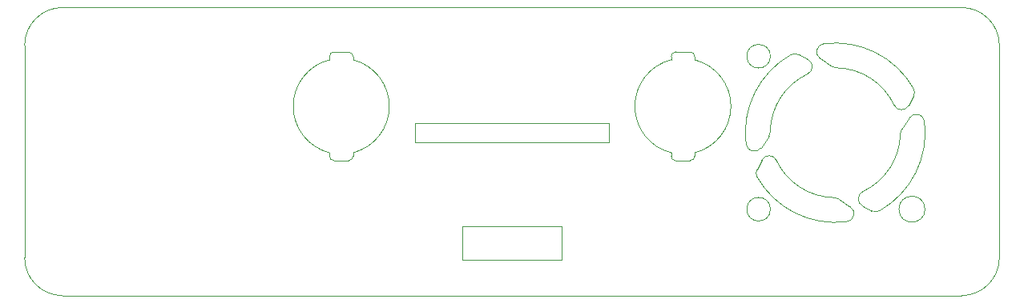
<source format=gbr>
%TF.GenerationSoftware,KiCad,Pcbnew,9.0.0-rc1-661-gd7f89c6576*%
%TF.CreationDate,2025-01-26T21:50:08-05:00*%
%TF.ProjectId,TS_Back_Endcap,54535f42-6163-46b5-9f45-6e646361702e,rev?*%
%TF.SameCoordinates,Original*%
%TF.FileFunction,Profile,NP*%
%FSLAX46Y46*%
G04 Gerber Fmt 4.6, Leading zero omitted, Abs format (unit mm)*
G04 Created by KiCad (PCBNEW 9.0.0-rc1-661-gd7f89c6576) date 2025-01-26 21:50:08*
%MOMM*%
%LPD*%
G01*
G04 APERTURE LIST*
%TA.AperFunction,Profile*%
%ADD10C,0.050000*%
%TD*%
%TA.AperFunction,Profile*%
%ADD11C,0.100000*%
%TD*%
G04 APERTURE END LIST*
D10*
X203000000Y-116000000D02*
G75*
G02*
X199000000Y-120000000I-4000000J0D01*
G01*
X199000000Y-89500000D02*
G75*
G02*
X203000000Y-93500000I0J-4000000D01*
G01*
X100000000Y-93500000D02*
G75*
G02*
X104000000Y-89500000I4000000J0D01*
G01*
X104000000Y-120000000D02*
G75*
G02*
X100000000Y-116000000I0J4000000D01*
G01*
D11*
X184068596Y-94904105D02*
X185286776Y-95731585D01*
X134210000Y-94195000D02*
X132710000Y-94195000D01*
X168810000Y-105715000D02*
G75*
G02*
X168310000Y-105215000I0J500000D01*
G01*
X176238243Y-103971757D02*
G75*
G02*
X180958793Y-94499780I9421757J1216757D01*
G01*
X185560469Y-109629279D02*
G75*
G02*
X186033216Y-109778426I-12469J-863321D01*
G01*
D10*
X203000000Y-116000000D02*
X203000000Y-93500000D01*
D11*
X178785721Y-102655469D02*
G75*
G02*
X182736103Y-96532746I6874279J-99531D01*
G01*
X146260000Y-112680000D02*
X156760000Y-112680000D01*
X132210000Y-94695000D02*
G75*
G02*
X132710000Y-94195000I500000J0D01*
G01*
X182761026Y-94981738D02*
G75*
G02*
X182736076Y-96532687I-392426J-769362D01*
G01*
X156760000Y-116180000D02*
X146260000Y-116180000D01*
X168310000Y-94695000D02*
G75*
G02*
X168810000Y-94195000I500000J0D01*
G01*
X193510895Y-101163596D02*
G75*
G02*
X195081789Y-101538239I714405J-485204D01*
G01*
X177404780Y-107456207D02*
G75*
G02*
X177385861Y-106636657I750020J427307D01*
G01*
X141260000Y-103730000D02*
X161760000Y-103730000D01*
X184443243Y-93333243D02*
G75*
G02*
X193915220Y-98053793I1216757J-9421757D01*
G01*
X132710000Y-105715000D02*
X134210000Y-105715000D01*
X193915220Y-98053793D02*
G75*
G02*
X193934220Y-98873384I-750220J-427407D01*
G01*
X134710000Y-105215000D02*
G75*
G02*
X134210000Y-105715000I-500000J0D01*
G01*
X141260000Y-101729999D02*
X161760000Y-101729999D01*
X192534279Y-102854531D02*
G75*
G02*
X188583897Y-108977254I-6874279J99531D01*
G01*
X132710000Y-105715000D02*
G75*
G02*
X132210000Y-105215000I0J500000D01*
G01*
X193510895Y-101163596D02*
X192683415Y-102381776D01*
X185560469Y-109629279D02*
G75*
G02*
X179437746Y-105678897I99531J6874279D01*
G01*
X193433262Y-99856026D02*
G75*
G02*
X191882311Y-99831077I-769362J392526D01*
G01*
X185759531Y-95880721D02*
G75*
G02*
X185286784Y-95731574I12469J863321D01*
G01*
X168310000Y-94695000D02*
X168310000Y-95036349D01*
X192534279Y-102854531D02*
G75*
G02*
X192683426Y-102381784I863321J-12469D01*
G01*
X170310000Y-94195000D02*
X168810000Y-94195000D01*
X156760000Y-112680000D02*
X156760000Y-116180000D01*
X178810000Y-110855000D02*
G75*
G02*
X176310000Y-110855000I-1250000J0D01*
G01*
X176310000Y-110855000D02*
G75*
G02*
X178810000Y-110855000I1250000J0D01*
G01*
D10*
X199000000Y-89500000D02*
X104000000Y-89500000D01*
D11*
X195135000Y-110855000D02*
G75*
G02*
X192385000Y-110855000I-1375000J0D01*
G01*
X192385000Y-110855000D02*
G75*
G02*
X195135000Y-110855000I1375000J0D01*
G01*
X178785721Y-102655469D02*
G75*
G02*
X178636574Y-103128216I-863321J12469D01*
G01*
X168810000Y-105715000D02*
X170310000Y-105715000D01*
D10*
X100000000Y-93500000D02*
X100000000Y-116000000D01*
D11*
X180958793Y-94499780D02*
G75*
G02*
X181778384Y-94480780I427407J-750220D01*
G01*
X134710000Y-105215000D02*
X134710000Y-104873651D01*
X190361207Y-111010220D02*
G75*
G02*
X189541616Y-111029220I-427407J750220D01*
G01*
X170810000Y-105215000D02*
G75*
G02*
X170310000Y-105715000I-500000J0D01*
G01*
X132210000Y-104873651D02*
G75*
G02*
X132210000Y-95036349I1250000J4918651D01*
G01*
X132210000Y-94695000D02*
X132210000Y-95036349D01*
X188558974Y-110528262D02*
G75*
G02*
X188583924Y-108977313I392426J769362D01*
G01*
X193433262Y-99856026D02*
X193934179Y-98873363D01*
X170810000Y-105215000D02*
X170810000Y-104873651D01*
D10*
X104000000Y-120000000D02*
X199000000Y-120000000D01*
D11*
X186876757Y-112176757D02*
G75*
G02*
X177404780Y-107456207I-1216757J9421757D01*
G01*
X188558974Y-110528262D02*
X189541637Y-111029179D01*
X168310000Y-104873651D02*
G75*
G02*
X168310000Y-95036349I1250000J4918651D01*
G01*
X178810000Y-94655000D02*
G75*
G02*
X176310000Y-94655000I-1250000J0D01*
G01*
X176310000Y-94655000D02*
G75*
G02*
X178810000Y-94655000I1250000J0D01*
G01*
X187251404Y-110605895D02*
X186033224Y-109778415D01*
X134210000Y-94195000D02*
G75*
G02*
X134710000Y-94695000I0J-500000D01*
G01*
X195081757Y-101538243D02*
G75*
G02*
X190361207Y-111010220I-9421757J-1216757D01*
G01*
X132210000Y-104873651D02*
X132210000Y-105215000D01*
X187251404Y-110605895D02*
G75*
G02*
X186876761Y-112176789I-485204J-714405D01*
G01*
X168310000Y-104873651D02*
X168310000Y-105215000D01*
X134710000Y-95036349D02*
X134710000Y-94695000D01*
X177886738Y-105653974D02*
X177385821Y-106636637D01*
X184068596Y-94904105D02*
G75*
G02*
X184443239Y-93333211I485204J714405D01*
G01*
X134710000Y-95036349D02*
G75*
G02*
X134710000Y-104873651I-1250000J-4918651D01*
G01*
X177809105Y-104346404D02*
G75*
G02*
X176238211Y-103971761I-714405J485204D01*
G01*
X141260000Y-103730000D02*
X141260000Y-101729999D01*
X177886738Y-105653974D02*
G75*
G02*
X179437687Y-105678924I769362J-392426D01*
G01*
X170810000Y-95036349D02*
X170810000Y-94695000D01*
X181778363Y-94480821D02*
X182761026Y-94981738D01*
X146260000Y-116180000D02*
X146260000Y-112680000D01*
X178636585Y-103128224D02*
X177809105Y-104346404D01*
X170310000Y-94195000D02*
G75*
G02*
X170810000Y-94695000I0J-500000D01*
G01*
X185759531Y-95880721D02*
G75*
G02*
X191882254Y-99831103I-99531J-6874279D01*
G01*
X161760000Y-103729999D02*
X161760000Y-101729999D01*
X170810000Y-95036349D02*
G75*
G02*
X170810000Y-104873651I-1250000J-4918651D01*
G01*
M02*

</source>
